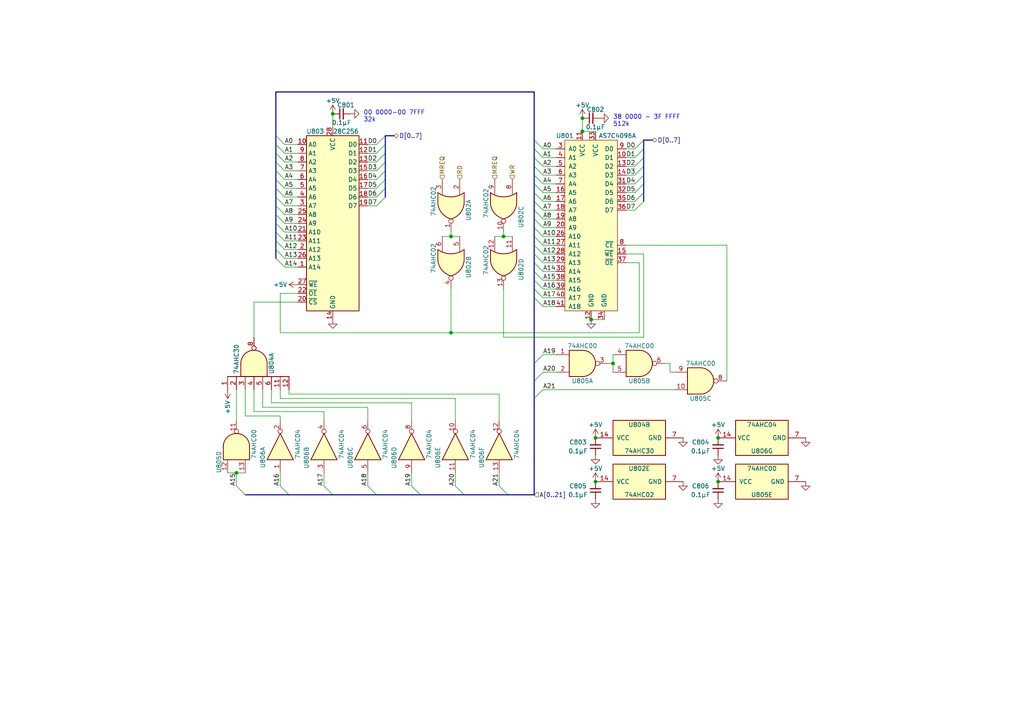
<source format=kicad_sch>
(kicad_sch (version 20211123) (generator eeschema)
  (paper "A4")
  (title_block (title "Computer") (date "2021-02-23") (rev "v1.0") (company "B.W. Harrison") (comment 1 "accessed by the CPU.") (comment 2 "The clock speed should only be changed to 20MHz when the ROM is no longer being") (comment 3 "Because of the ROM's slow access time (150ns), the clock speed is initially set to 2.5MHz.") (comment 4 "32 KB ROM pages $00-$01, 512 KB RAM pages $E0-$FF"))
  (junction (at 130.81 68.58))
  (junction (at 172.72 139.7))
  (junction (at 96.52 33.02))
  (junction (at 168.91 34.29))
  (junction (at 177.8 105.41))
  (junction (at 130.81 96.52))
  (junction (at 208.28 139.7))
  (junction (at 68.58 137.16))
  (junction (at 172.72 127))
  (junction (at 146.05 68.58))
  (junction (at 171.45 92.71))
  (junction (at 208.28 127))
  (junction (at 168.91 38.1))
  (bus_entry (at 80.01 44.45) (size 2.54 2.54))
  (bus_entry (at 154.94 40.64) (size 2.54 2.54))
  (bus_entry (at 184.15 60.96) (size 2.54 -2.54))
  (bus_entry (at 109.22 57.15) (size 2.54 -2.54))
  (bus_entry (at 154.94 78.74) (size 2.54 2.54))
  (bus_entry (at 154.94 76.2) (size 2.54 2.54))
  (bus_entry (at 80.01 57.15) (size 2.54 2.54))
  (bus_entry (at 80.01 49.53) (size 2.54 2.54))
  (bus_entry (at 80.01 46.99) (size 2.54 2.54))
  (bus_entry (at 134.62 143.51) (size -2.54 -2.54))
  (bus_entry (at 184.15 53.34) (size 2.54 -2.54))
  (bus_entry (at 96.52 143.51) (size -2.54 -2.54))
  (bus_entry (at 184.15 50.8) (size 2.54 -2.54))
  (bus_entry (at 154.94 66.04) (size 2.54 2.54))
  (bus_entry (at 109.22 44.45) (size 2.54 -2.54))
  (bus_entry (at 83.82 143.51) (size -2.54 -2.54))
  (bus_entry (at 109.22 52.07) (size 2.54 -2.54))
  (bus_entry (at 80.01 64.77) (size 2.54 2.54))
  (bus_entry (at 184.15 55.88) (size 2.54 -2.54))
  (bus_entry (at 154.94 63.5) (size 2.54 2.54))
  (bus_entry (at 154.94 50.8) (size 2.54 2.54))
  (bus_entry (at 154.94 73.66) (size 2.54 2.54))
  (bus_entry (at 80.01 39.37) (size 2.54 2.54))
  (bus_entry (at 109.22 41.91) (size 2.54 -2.54))
  (bus_entry (at 80.01 67.31) (size 2.54 2.54))
  (bus_entry (at 121.92 143.51) (size -2.54 -2.54))
  (bus_entry (at 80.01 62.23) (size 2.54 2.54))
  (bus_entry (at 184.15 48.26) (size 2.54 -2.54))
  (bus_entry (at 109.22 54.61) (size 2.54 -2.54))
  (bus_entry (at 80.01 54.61) (size 2.54 2.54))
  (bus_entry (at 109.22 59.69) (size 2.54 -2.54))
  (bus_entry (at 154.94 43.18) (size 2.54 2.54))
  (bus_entry (at 184.15 43.18) (size 2.54 -2.54))
  (bus_entry (at 147.32 143.51) (size -2.54 -2.54))
  (bus_entry (at 154.94 55.88) (size 2.54 2.54))
  (bus_entry (at 154.94 115.57) (size 2.54 -2.54))
  (bus_entry (at 80.01 69.85) (size 2.54 2.54))
  (bus_entry (at 80.01 41.91) (size 2.54 2.54))
  (bus_entry (at 109.22 49.53) (size 2.54 -2.54))
  (bus_entry (at 154.94 81.28) (size 2.54 2.54))
  (bus_entry (at 80.01 74.93) (size 2.54 2.54))
  (bus_entry (at 184.15 58.42) (size 2.54 -2.54))
  (bus_entry (at 80.01 59.69) (size 2.54 2.54))
  (bus_entry (at 154.94 45.72) (size 2.54 2.54))
  (bus_entry (at 154.94 68.58) (size 2.54 2.54))
  (bus_entry (at 154.94 83.82) (size 2.54 2.54))
  (bus_entry (at 154.94 110.49) (size 2.54 -2.54))
  (bus_entry (at 154.94 58.42) (size 2.54 2.54))
  (bus_entry (at 154.94 105.41) (size 2.54 -2.54))
  (bus_entry (at 154.94 71.12) (size 2.54 2.54))
  (bus_entry (at 71.12 143.51) (size -2.54 -2.54))
  (bus_entry (at 184.15 45.72) (size 2.54 -2.54))
  (bus_entry (at 109.22 46.99) (size 2.54 -2.54))
  (bus_entry (at 154.94 86.36) (size 2.54 2.54))
  (bus_entry (at 154.94 48.26) (size 2.54 2.54))
  (bus_entry (at 80.01 72.39) (size 2.54 2.54))
  (bus_entry (at 80.01 52.07) (size 2.54 2.54))
  (bus_entry (at 154.94 60.96) (size 2.54 2.54))
  (bus_entry (at 109.22 143.51) (size -2.54 -2.54))
  (bus_entry (at 154.94 53.34) (size 2.54 2.54))
  (wire (pts (xy 184.15 53.34) (xy 181.61 53.34)))
  (bus (pts (xy 186.69 50.8) (xy 186.69 53.34)))
  (bus (pts (xy 154.94 81.28) (xy 154.94 83.82)))
  (wire (pts (xy 132.08 115.57) (xy 132.08 121.92)))
  (bus (pts (xy 154.94 63.5) (xy 154.94 66.04)))
  (bus (pts (xy 109.22 143.51) (xy 121.92 143.51)))
  (wire (pts (xy 184.15 60.96) (xy 181.61 60.96)))
  (bus (pts (xy 80.01 26.67) (xy 80.01 39.37)))
  (wire (pts (xy 109.22 52.07) (xy 106.68 52.07)))
  (wire (pts (xy 86.36 44.45) (xy 82.55 44.45)))
  (wire (pts (xy 157.48 66.04) (xy 161.29 66.04)))
  (wire (pts (xy 81.28 120.65) (xy 81.28 121.92)))
  (wire (pts (xy 86.36 69.85) (xy 82.55 69.85)))
  (wire (pts (xy 66.04 137.16) (xy 68.58 137.16)))
  (wire (pts (xy 157.48 81.28) (xy 161.29 81.28)))
  (bus (pts (xy 154.94 45.72) (xy 154.94 48.26)))
  (bus (pts (xy 111.76 54.61) (xy 111.76 57.15)))
  (wire (pts (xy 86.36 41.91) (xy 82.55 41.91)))
  (bus (pts (xy 111.76 46.99) (xy 111.76 49.53)))
  (wire (pts (xy 83.82 114.3) (xy 83.82 113.03)))
  (bus (pts (xy 80.01 41.91) (xy 80.01 44.45)))
  (wire (pts (xy 157.48 68.58) (xy 161.29 68.58)))
  (bus (pts (xy 71.12 143.51) (xy 83.82 143.51)))
  (wire (pts (xy 109.22 49.53) (xy 106.68 49.53)))
  (wire (pts (xy 146.05 83.82) (xy 146.05 97.79)))
  (wire (pts (xy 71.12 113.03) (xy 71.12 120.65)))
  (wire (pts (xy 119.38 121.92) (xy 119.38 116.84)))
  (wire (pts (xy 157.48 83.82) (xy 161.29 83.82)))
  (bus (pts (xy 96.52 143.51) (xy 109.22 143.51)))
  (bus (pts (xy 154.94 50.8) (xy 154.94 53.34)))
  (bus (pts (xy 154.94 71.12) (xy 154.94 73.66)))
  (bus (pts (xy 154.94 43.18) (xy 154.94 45.72)))
  (wire (pts (xy 109.22 57.15) (xy 106.68 57.15)))
  (wire (pts (xy 157.48 55.88) (xy 161.29 55.88)))
  (bus (pts (xy 80.01 67.31) (xy 80.01 69.85)))
  (wire (pts (xy 109.22 46.99) (xy 106.68 46.99)))
  (wire (pts (xy 144.78 140.97) (xy 144.78 137.16)))
  (wire (pts (xy 130.81 83.82) (xy 130.81 96.52)))
  (bus (pts (xy 80.01 57.15) (xy 80.01 59.69)))
  (bus (pts (xy 80.01 49.53) (xy 80.01 52.07)))
  (wire (pts (xy 96.52 36.83) (xy 96.52 33.02)))
  (wire (pts (xy 86.36 52.07) (xy 82.55 52.07)))
  (wire (pts (xy 109.22 59.69) (xy 106.68 59.69)))
  (wire (pts (xy 68.58 121.92) (xy 68.58 113.03)))
  (bus (pts (xy 111.76 44.45) (xy 111.76 46.99)))
  (wire (pts (xy 86.36 77.47) (xy 82.55 77.47)))
  (bus (pts (xy 111.76 39.37) (xy 111.76 41.91)))
  (bus (pts (xy 154.94 55.88) (xy 154.94 58.42)))
  (wire (pts (xy 81.28 140.97) (xy 81.28 137.16)))
  (wire (pts (xy 157.48 60.96) (xy 161.29 60.96)))
  (wire (pts (xy 68.58 137.16) (xy 71.12 137.16)))
  (bus (pts (xy 154.94 76.2) (xy 154.94 78.74)))
  (bus (pts (xy 80.01 46.99) (xy 80.01 49.53)))
  (bus (pts (xy 111.76 39.37) (xy 114.3 39.37)))
  (wire (pts (xy 157.48 48.26) (xy 161.29 48.26)))
  (wire (pts (xy 86.36 49.53) (xy 82.55 49.53)))
  (wire (pts (xy 157.48 113.03) (xy 195.58 113.03)))
  (wire (pts (xy 109.22 41.91) (xy 106.68 41.91)))
  (wire (pts (xy 146.05 68.58) (xy 146.05 67.31)))
  (wire (pts (xy 73.66 113.03) (xy 73.66 119.38)))
  (bus (pts (xy 80.01 54.61) (xy 80.01 57.15)))
  (wire (pts (xy 157.48 107.95) (xy 161.29 107.95)))
  (bus (pts (xy 80.01 26.67) (xy 154.94 26.67)))
  (wire (pts (xy 68.58 140.97) (xy 68.58 137.16)))
  (bus (pts (xy 154.94 60.96) (xy 154.94 63.5)))
  (wire (pts (xy 86.36 62.23) (xy 82.55 62.23)))
  (wire (pts (xy 73.66 87.63) (xy 73.66 97.79)))
  (wire (pts (xy 130.81 68.58) (xy 133.35 68.58)))
  (wire (pts (xy 171.45 92.71) (xy 175.26 92.71)))
  (wire (pts (xy 73.66 87.63) (xy 86.36 87.63)))
  (wire (pts (xy 93.98 140.97) (xy 93.98 137.16)))
  (wire (pts (xy 185.42 96.52) (xy 185.42 76.2)))
  (wire (pts (xy 157.48 76.2) (xy 161.29 76.2)))
  (wire (pts (xy 86.36 64.77) (xy 82.55 64.77)))
  (wire (pts (xy 81.28 113.03) (xy 81.28 115.57)))
  (bus (pts (xy 186.69 40.64) (xy 189.23 40.64)))
  (wire (pts (xy 128.27 68.58) (xy 130.81 68.58)))
  (bus (pts (xy 111.76 41.91) (xy 111.76 44.45)))
  (wire (pts (xy 76.2 118.11) (xy 106.68 118.11)))
  (bus (pts (xy 80.01 39.37) (xy 80.01 41.91)))
  (bus (pts (xy 154.94 73.66) (xy 154.94 76.2)))
  (wire (pts (xy 184.15 43.18) (xy 181.61 43.18)))
  (wire (pts (xy 144.78 121.92) (xy 144.78 114.3)))
  (wire (pts (xy 146.05 97.79) (xy 186.69 97.79)))
  (wire (pts (xy 161.29 102.87) (xy 157.48 102.87)))
  (wire (pts (xy 86.36 54.61) (xy 82.55 54.61)))
  (bus (pts (xy 154.94 83.82) (xy 154.94 86.36)))
  (wire (pts (xy 106.68 140.97) (xy 106.68 137.16)))
  (bus (pts (xy 121.92 143.51) (xy 134.62 143.51)))
  (wire (pts (xy 157.48 58.42) (xy 161.29 58.42)))
  (bus (pts (xy 154.94 26.67) (xy 154.94 40.64)))
  (wire (pts (xy 184.15 45.72) (xy 181.61 45.72)))
  (wire (pts (xy 119.38 116.84) (xy 78.74 116.84)))
  (wire (pts (xy 177.8 102.87) (xy 177.8 105.41)))
  (wire (pts (xy 157.48 63.5) (xy 161.29 63.5)))
  (wire (pts (xy 184.15 55.88) (xy 181.61 55.88)))
  (wire (pts (xy 186.69 97.79) (xy 186.69 73.66)))
  (wire (pts (xy 86.36 59.69) (xy 82.55 59.69)))
  (bus (pts (xy 154.94 110.49) (xy 154.94 115.57)))
  (wire (pts (xy 146.05 68.58) (xy 148.59 68.58)))
  (wire (pts (xy 210.82 71.12) (xy 210.82 110.49)))
  (wire (pts (xy 106.68 118.11) (xy 106.68 121.92)))
  (bus (pts (xy 154.94 105.41) (xy 154.94 110.49)))
  (bus (pts (xy 154.94 48.26) (xy 154.94 50.8)))
  (wire (pts (xy 81.28 85.09) (xy 86.36 85.09)))
  (bus (pts (xy 80.01 62.23) (xy 80.01 64.77)))
  (bus (pts (xy 186.69 55.88) (xy 186.69 58.42)))
  (bus (pts (xy 111.76 52.07) (xy 111.76 54.61)))
  (wire (pts (xy 184.15 58.42) (xy 181.61 58.42)))
  (wire (pts (xy 109.22 54.61) (xy 106.68 54.61)))
  (wire (pts (xy 143.51 68.58) (xy 146.05 68.58)))
  (bus (pts (xy 80.01 59.69) (xy 80.01 62.23)))
  (wire (pts (xy 177.8 107.95) (xy 177.8 105.41)))
  (wire (pts (xy 130.81 96.52) (xy 81.28 96.52)))
  (wire (pts (xy 185.42 76.2) (xy 181.61 76.2)))
  (bus (pts (xy 154.94 58.42) (xy 154.94 60.96)))
  (wire (pts (xy 157.48 53.34) (xy 161.29 53.34)))
  (bus (pts (xy 154.94 68.58) (xy 154.94 71.12)))
  (wire (pts (xy 184.15 48.26) (xy 181.61 48.26)))
  (wire (pts (xy 86.36 57.15) (xy 82.55 57.15)))
  (wire (pts (xy 168.91 38.1) (xy 168.91 34.29)))
  (wire (pts (xy 186.69 73.66) (xy 181.61 73.66)))
  (bus (pts (xy 147.32 143.51) (xy 154.94 143.51)))
  (wire (pts (xy 76.2 113.03) (xy 76.2 118.11)))
  (wire (pts (xy 73.66 119.38) (xy 93.98 119.38)))
  (wire (pts (xy 194.31 105.41) (xy 193.04 105.41)))
  (bus (pts (xy 186.69 48.26) (xy 186.69 50.8)))
  (bus (pts (xy 111.76 49.53) (xy 111.76 52.07)))
  (wire (pts (xy 157.48 43.18) (xy 161.29 43.18)))
  (wire (pts (xy 168.91 38.1) (xy 172.72 38.1)))
  (bus (pts (xy 154.94 53.34) (xy 154.94 55.88)))
  (wire (pts (xy 86.36 72.39) (xy 82.55 72.39)))
  (bus (pts (xy 154.94 78.74) (xy 154.94 81.28)))
  (wire (pts (xy 176.53 105.41) (xy 177.8 105.41)))
  (wire (pts (xy 93.98 119.38) (xy 93.98 121.92)))
  (wire (pts (xy 86.36 74.93) (xy 82.55 74.93)))
  (wire (pts (xy 194.31 107.95) (xy 194.31 105.41)))
  (bus (pts (xy 80.01 52.07) (xy 80.01 54.61)))
  (wire (pts (xy 157.48 88.9) (xy 161.29 88.9)))
  (wire (pts (xy 130.81 67.31) (xy 130.81 68.58)))
  (wire (pts (xy 81.28 115.57) (xy 132.08 115.57)))
  (bus (pts (xy 186.69 43.18) (xy 186.69 45.72)))
  (bus (pts (xy 80.01 69.85) (xy 80.01 72.39)))
  (wire (pts (xy 86.36 46.99) (xy 82.55 46.99)))
  (bus (pts (xy 154.94 66.04) (xy 154.94 68.58)))
  (bus (pts (xy 186.69 45.72) (xy 186.69 48.26)))
  (wire (pts (xy 78.74 116.84) (xy 78.74 113.03)))
  (wire (pts (xy 181.61 71.12) (xy 210.82 71.12)))
  (bus (pts (xy 154.94 40.64) (xy 154.94 43.18)))
  (wire (pts (xy 144.78 114.3) (xy 83.82 114.3)))
  (wire (pts (xy 195.58 107.95) (xy 194.31 107.95)))
  (bus (pts (xy 80.01 64.77) (xy 80.01 67.31)))
  (bus (pts (xy 134.62 143.51) (xy 147.32 143.51)))
  (bus (pts (xy 154.94 86.36) (xy 154.94 105.41)))
  (wire (pts (xy 185.42 96.52) (xy 130.81 96.52)))
  (wire (pts (xy 157.48 86.36) (xy 161.29 86.36)))
  (bus (pts (xy 80.01 72.39) (xy 80.01 74.93)))
  (wire (pts (xy 157.48 50.8) (xy 161.29 50.8)))
  (wire (pts (xy 132.08 140.97) (xy 132.08 137.16)))
  (bus (pts (xy 83.82 143.51) (xy 96.52 143.51)))
  (bus (pts (xy 154.94 115.57) (xy 154.94 143.51)))
  (wire (pts (xy 81.28 96.52) (xy 81.28 85.09)))
  (wire (pts (xy 71.12 120.65) (xy 81.28 120.65)))
  (wire (pts (xy 157.48 78.74) (xy 161.29 78.74)))
  (bus (pts (xy 186.69 53.34) (xy 186.69 55.88)))
  (wire (pts (xy 157.48 45.72) (xy 161.29 45.72)))
  (wire (pts (xy 157.48 71.12) (xy 161.29 71.12)))
  (wire (pts (xy 184.15 50.8) (xy 181.61 50.8)))
  (wire (pts (xy 109.22 44.45) (xy 106.68 44.45)))
  (wire (pts (xy 119.38 140.97) (xy 119.38 137.16)))
  (wire (pts (xy 86.36 67.31) (xy 82.55 67.31)))
  (bus (pts (xy 80.01 44.45) (xy 80.01 46.99)))
  (bus (pts (xy 186.69 40.64) (xy 186.69 43.18)))
  (wire (pts (xy 157.48 73.66) (xy 161.29 73.66)))
  (text "38 0000 - 3F FFFF\n512k" (at 177.8 36.83 0) (effects (font (size 1.27 1.27)) (justify left bottom)))
  (text "00 0000-00 7FFF\n32k" (at 105.41 35.56 0) (effects (font (size 1.27 1.27)) (justify left bottom)))
  (label "A1" (at 82.55 44.45 0))
  (label "A4" (at 82.55 52.07 0))
  (label "A13" (at 82.55 74.93 0))
  (label "D5" (at 181.61 55.88 0))
  (label "D6" (at 181.61 58.42 0))
  (label "A15" (at 157.48 81.28 0))
  (label "A8" (at 157.48 63.5 0))
  (label "A0" (at 82.55 41.91 0))
  (label "A12" (at 82.55 72.39 0))
  (label "A0" (at 157.48 43.18 0))
  (label "D1" (at 106.68 44.45 0))
  (label "A16" (at 157.48 83.82 0))
  (label "D4" (at 181.61 53.34 0))
  (label "A17" (at 93.98 140.97 90))
  (label "A19" (at 157.48 102.87 0))
  (label "A20" (at 157.48 107.95 0))
  (label "D0" (at 106.68 41.91 0))
  (label "A2" (at 157.48 48.26 0))
  (label "A6" (at 157.48 58.42 0))
  (label "A8" (at 82.55 62.23 0))
  (label "A10" (at 157.48 68.58 0))
  (label "A7" (at 82.55 59.69 0))
  (label "A5" (at 82.55 54.61 0))
  (label "A2" (at 82.55 46.99 0))
  (label "D5" (at 106.68 54.61 0))
  (label "A13" (at 157.48 76.2 0))
  (label "D1" (at 181.61 45.72 0))
  (label "A11" (at 157.48 71.12 0))
  (label "A3" (at 82.55 49.53 0))
  (label "A10" (at 82.55 67.31 0))
  (label "A21" (at 157.48 113.03 0))
  (label "A12" (at 157.48 73.66 0))
  (label "A21" (at 144.78 140.97 90))
  (label "A7" (at 157.48 60.96 0))
  (label "A17" (at 157.48 86.36 0))
  (label "A18" (at 106.68 140.97 90))
  (label "A18" (at 157.48 88.9 0))
  (label "A6" (at 82.55 57.15 0))
  (label "D7" (at 106.68 59.69 0))
  (label "D7" (at 181.61 60.96 0))
  (label "D3" (at 181.61 50.8 0))
  (label "D3" (at 106.68 49.53 0))
  (label "A5" (at 157.48 55.88 0))
  (label "A4" (at 157.48 53.34 0))
  (label "A11" (at 82.55 69.85 0))
  (label "A20" (at 132.08 140.97 90))
  (label "A14" (at 82.55 77.47 0))
  (label "A9" (at 82.55 64.77 0))
  (label "A19" (at 119.38 140.97 90))
  (label "D4" (at 106.68 52.07 0))
  (label "D2" (at 181.61 48.26 0))
  (label "D6" (at 106.68 57.15 0))
  (label "D0" (at 181.61 43.18 0))
  (label "A15" (at 68.58 140.97 90))
  (label "A3" (at 157.48 50.8 0))
  (label "D2" (at 106.68 46.99 0))
  (label "A9" (at 157.48 66.04 0))
  (label "A1" (at 157.48 45.72 0))
  (label "A14" (at 157.48 78.74 0))
  (label "A16" (at 81.28 140.97 90))
  (hierarchical_label "MREQ" (shape input) (at 128.27 52.07 90))
  (hierarchical_label "A[0..21]" (shape input) (at 154.94 143.51 0))
  (hierarchical_label "MREQ" (shape input) (at 143.51 52.07 90))
  (hierarchical_label "RD" (shape input) (at 133.35 52.07 90))
  (hierarchical_label "D[0..7]" (shape bidirectional) (at 114.3 39.37 0))
  (hierarchical_label "D[0..7]" (shape bidirectional) (at 189.23 40.64 0))
  (hierarchical_label "WR" (shape input) (at 148.59 52.07 90))
  (symbol (lib_name "74AHC00_2") (lib_id "74xx:74AHC00") (at 168.91 105.41 0) (unit 1)
    (property "Reference" "U805" (at 168.91 110.49 0))
    (property "Value" "74AHC00" (at 168.91 100.33 0))
    (property "Footprint" "Package_DIP:DIP-14_W7.62mm_Socket_LongPads" (effects hide))
    (property "Datasheet" "http://www.ti.com/lit/gpn/sn74ls00" (effects hide))
  )
  (symbol (lib_name "74AHC00_1") (lib_id "74xx:74AHC00") (at 185.42 105.41 0) (unit 2)
    (property "Reference" "U805" (at 185.42 110.49 0))
    (property "Value" "74AHC00" (at 185.42 100.33 0))
    (property "Footprint" "Package_DIP:DIP-14_W7.62mm_Socket_LongPads" (effects hide))
    (property "Datasheet" "http://www.ti.com/lit/gpn/sn74ls00" (effects hide))
  )
  (symbol (lib_name "74AHC00_3") (lib_id "74xx:74AHC00") (at 203.2 110.49 0) (unit 3)
    (property "Reference" "U805" (at 203.2 115.57 0))
    (property "Value" "74AHC00" (at 203.2 105.41 0))
    (property "Footprint" "Package_DIP:DIP-14_W7.62mm_Socket_LongPads" (effects hide))
    (property "Datasheet" "http://www.ti.com/lit/gpn/sn74ls00" (effects hide))
  )
  (symbol (lib_id "74xx:74AHC00") (at 68.58 129.54 90) (unit 4)
    (property "Reference" "U805" (at 63.5 130.81 0) (effects (justify right)))
    (property "Value" "74AHC00" (at 73.66 124.46 0) (effects (justify right)))
    (property "Footprint" "Package_DIP:DIP-14_W7.62mm_Socket_LongPads" (effects hide))
    (property "Datasheet" "http://www.ti.com/lit/gpn/sn74ls00" (effects hide))
  )
  (symbol (lib_name "74AHC00_4") (lib_id "74xx:74AHC00") (at 220.98 139.7 90) (unit 5)
    (property "Reference" "U805" (at 220.98 143.51 90))
    (property "Value" "74AHC00" (at 220.98 135.89 90))
    (property "Footprint" "Package_DIP:DIP-14_W7.62mm_Socket_LongPads" (effects hide))
    (property "Datasheet" "http://www.ti.com/lit/gpn/sn74ls00" (effects hide))
  )
  (symbol (lib_id "Memory_EEPROM:28C256") (at 96.52 64.77 0) (unit 1)
    (property "Reference" "U803" (at 91.44 38.1 0))
    (property "Value" "28C256" (at 100.33 38.1 0))
    (property "Footprint" "Package_DIP:DIP-28_W15.24mm_Socket_LongPads" (effects hide))
    (property "Datasheet" "http://ww1.microchip.com/downloads/en/DeviceDoc/doc0006.pdf" (effects hide))
  )
  (symbol (lib_id "power:+5V") (at 96.52 33.02 0) (unit 1)
    (property "Reference" "#PWR0801" (effects hide))
    (property "Value" "+5V" (at 96.52 29.21 0))
  )
  (symbol (lib_id "Device:C_Small") (at 99.06 33.02 90) (unit 1)
    (property "Reference" "C801" (at 100.33 30.48 90))
    (property "Value" "0.1µF" (at 99.06 35.56 90))
    (property "Footprint" "Capacitor_THT:C_Disc_D5.0mm_W2.5mm_P2.50mm" (effects hide))
  )
  (symbol (lib_id "power:GND") (at 101.6 33.02 90) (unit 1)
    (property "Reference" "#PWR0802" (effects hide))
    (property "Value" "GND" (effects hide))
  )
  (symbol (lib_id "power:+5V") (at 86.36 82.55 90) (unit 1)
    (property "Reference" "#PWR0805" (effects hide))
    (property "Value" "+5V" (at 81.28 82.55 90))
  )
  (symbol (lib_id "power:GND") (at 96.52 92.71 0) (unit 1)
    (property "Reference" "#PWR0806" (effects hide))
    (property "Value" "GND" (effects hide))
  )
  (symbol (lib_name "74AHC02_2") (lib_id "74xx:74AHC02") (at 146.05 59.69 270) (unit 3)
    (property "Reference" "U802" (at 151.13 59.69 0) (effects (justify left)))
    (property "Value" "74AHC02" (at 140.97 54.61 0) (effects (justify left)))
    (property "Footprint" "Package_DIP:DIP-14_W7.62mm_Socket_LongPads" (effects hide))
    (property "Datasheet" "http://baileyh.xyz/datasheets/sn74hc02.pdf" (effects hide))
  )
  (symbol (lib_id "74xx:74AHC02") (at 146.05 76.2 270) (unit 4)
    (property "Reference" "U802" (at 151.13 74.93 0) (effects (justify left)))
    (property "Value" "74AHC02" (at 140.97 71.12 0) (effects (justify left)))
    (property "Footprint" "Package_DIP:DIP-14_W7.62mm_Socket_LongPads" (effects hide))
    (property "Datasheet" "http://baileyh.xyz/datasheets/sn74hc02.pdf" (effects hide))
  )
  (symbol (lib_name "74AHC02_1") (lib_id "74xx:74AHC02") (at 185.42 139.7 90) (unit 5)
    (property "Reference" "U802" (at 185.42 135.89 90))
    (property "Value" "74AHC02" (at 185.42 143.51 90))
    (property "Footprint" "Package_DIP:DIP-14_W7.62mm_Socket_LongPads" (effects hide))
    (property "Datasheet" "http://baileyh.xyz/datasheets/sn74hc02.pdf" (effects hide))
  )
  (symbol (lib_name "74AHC30_1") (lib_id "my_library:74AHC30") (at 185.42 127 90) (unit 2)
    (property "Reference" "U804" (at 185.42 123.19 90))
    (property "Value" "74AHC30" (at 185.42 130.81 90))
    (property "Footprint" "Package_DIP:DIP-14_W7.62mm_Socket_LongPads" (effects hide))
    (property "Datasheet" "https://www.ti.com/lit/ds/symlink/cd74hc30.pdf" (effects hide))
  )
  (symbol (lib_id "power:+5V") (at 172.72 127 0) (unit 1)
    (property "Reference" "#PWR0811" (effects hide))
    (property "Value" "+5V" (at 172.72 123.19 0))
  )
  (symbol (lib_id "Device:C_Small") (at 172.72 129.54 180) (unit 1)
    (property "Reference" "C803" (at 167.64 128.27 0))
    (property "Value" "0.1µF" (at 167.64 130.81 0))
    (property "Footprint" "Capacitor_THT:C_Disc_D5.0mm_W2.5mm_P2.50mm" (effects hide))
  )
  (symbol (lib_id "power:GND") (at 172.72 132.08 0) (unit 1)
    (property "Reference" "#PWR0809" (effects hide))
    (property "Value" "GND" (effects hide))
  )
  (symbol (lib_id "power:GND") (at 198.12 127 0) (unit 1)
    (property "Reference" "#PWR0812" (effects hide))
    (property "Value" "GND" (effects hide))
  )
  (symbol (lib_id "power:+5V") (at 172.72 139.7 0) (unit 1)
    (property "Reference" "#PWR0817" (effects hide))
    (property "Value" "+5V" (at 172.72 135.89 0))
  )
  (symbol (lib_id "Device:C_Small") (at 172.72 142.24 180) (unit 1)
    (property "Reference" "C805" (at 167.64 140.97 0))
    (property "Value" "0.1µF" (at 167.64 143.51 0))
    (property "Footprint" "Capacitor_THT:C_Disc_D5.0mm_W2.5mm_P2.50mm" (effects hide))
  )
  (symbol (lib_id "power:GND") (at 172.72 144.78 0) (unit 1)
    (property "Reference" "#PWR0815" (effects hide))
    (property "Value" "GND" (effects hide))
  )
  (symbol (lib_id "power:GND") (at 198.12 139.7 0) (unit 1)
    (property "Reference" "#PWR0818" (effects hide))
    (property "Value" "GND" (effects hide))
  )
  (symbol (lib_id "power:+5V") (at 168.91 34.29 0) (unit 1)
    (property "Reference" "#PWR0803" (effects hide))
    (property "Value" "+5V" (at 168.91 30.48 0))
  )
  (symbol (lib_id "power:GND") (at 171.45 92.71 0) (unit 1)
    (property "Reference" "#PWR0807" (effects hide))
    (property "Value" "GND" (effects hide))
  )
  (symbol (lib_id "Device:C_Small") (at 171.45 34.29 90) (unit 1)
    (property "Reference" "C802" (at 172.72 31.75 90))
    (property "Value" "0.1µF" (at 172.72 36.83 90))
    (property "Footprint" "Capacitor_THT:C_Disc_D5.0mm_W2.5mm_P2.50mm" (effects hide))
  )
  (symbol (lib_id "power:GND") (at 173.99 34.29 90) (unit 1)
    (property "Reference" "#PWR0804" (effects hide))
    (property "Value" "GND" (effects hide))
  )
  (symbol (lib_name "74AHC02_3") (lib_id "74xx:74AHC02") (at 130.81 59.69 270) (unit 1)
    (property "Reference" "U802" (at 135.89 60.96 0))
    (property "Value" "74AHC02" (at 125.73 58.42 0))
    (property "Footprint" "Package_DIP:DIP-14_W7.62mm_Socket_LongPads" (effects hide))
    (property "Datasheet" "http://baileyh.xyz/datasheets/sn74hc02.pdf" (effects hide))
  )
  (symbol (lib_name "74AHC02_4") (lib_id "74xx:74AHC02") (at 130.81 76.2 270) (unit 2)
    (property "Reference" "U802" (at 135.89 77.47 0))
    (property "Value" "74AHC02" (at 125.73 74.93 0))
    (property "Footprint" "Package_DIP:DIP-14_W7.62mm_Socket_LongPads" (effects hide))
    (property "Datasheet" "http://baileyh.xyz/datasheets/sn74hc02.pdf" (effects hide))
  )
  (symbol (lib_id "power:+5V") (at 208.28 139.7 0) (unit 1)
    (property "Reference" "#PWR0819" (effects hide))
    (property "Value" "+5V" (at 208.28 135.89 0))
  )
  (symbol (lib_id "Device:C_Small") (at 208.28 142.24 180) (unit 1)
    (property "Reference" "C806" (at 203.2 140.97 0))
    (property "Value" "0.1µF" (at 203.2 143.51 0))
    (property "Footprint" "Capacitor_THT:C_Disc_D5.0mm_W2.5mm_P2.50mm" (effects hide))
  )
  (symbol (lib_id "power:GND") (at 208.28 144.78 0) (unit 1)
    (property "Reference" "#PWR0816" (effects hide))
    (property "Value" "GND" (effects hide))
  )
  (symbol (lib_id "power:GND") (at 233.68 139.7 0) (unit 1)
    (property "Reference" "#PWR0820" (effects hide))
    (property "Value" "GND" (effects hide))
  )
  (symbol (lib_id "power:+5V") (at 66.04 113.03 180) (unit 1)
    (property "Reference" "#PWR0808" (effects hide))
    (property "Value" "+5V" (at 66.04 118.11 90))
  )
  (symbol (lib_id "my_library:74AHC30") (at 73.66 105.41 90) (unit 1)
    (property "Reference" "U804" (at 78.74 105.41 0))
    (property "Value" "74AHC30" (at 68.58 104.14 0))
    (property "Footprint" "Package_DIP:DIP-14_W7.62mm_Socket_LongPads" (effects hide))
    (property "Datasheet" "https://www.ti.com/lit/ds/symlink/cd74hc30.pdf" (effects hide))
  )
  (symbol (lib_id "74xx:74AHC04") (at 81.28 129.54 90) (unit 1)
    (property "Reference" "U806" (at 76.2 129.54 0) (effects (justify right)))
    (property "Value" "74AHC04" (at 86.36 124.46 0) (effects (justify right)))
    (property "Footprint" "Package_DIP:DIP-14_W7.62mm_Socket_LongPads" (effects hide))
    (property "Datasheet" "https://assets.nexperia.com/documents/data-sheet/74AHC_AHCT04.pdf" (effects hide))
  )
  (symbol (lib_id "74xx:74AHC04") (at 93.98 129.54 90) (unit 2)
    (property "Reference" "U806" (at 88.9 129.54 0) (effects (justify right)))
    (property "Value" "74AHC04" (at 99.06 124.46 0) (effects (justify right)))
    (property "Footprint" "Package_DIP:DIP-14_W7.62mm_Socket_LongPads" (effects hide))
    (property "Datasheet" "https://assets.nexperia.com/documents/data-sheet/74AHC_AHCT04.pdf" (effects hide))
  )
  (symbol (lib_id "74xx:74AHC04") (at 106.68 129.54 90) (unit 3)
    (property "Reference" "U806" (at 101.6 129.54 0) (effects (justify right)))
    (property "Value" "74AHC04" (at 111.76 124.46 0) (effects (justify right)))
    (property "Footprint" "Package_DIP:DIP-14_W7.62mm_Socket_LongPads" (effects hide))
    (property "Datasheet" "https://assets.nexperia.com/documents/data-sheet/74AHC_AHCT04.pdf" (effects hide))
  )
  (symbol (lib_id "74xx:74AHC04") (at 119.38 129.54 90) (unit 4)
    (property "Reference" "U806" (at 114.3 129.54 0) (effects (justify right)))
    (property "Value" "74AHC04" (at 124.46 124.46 0) (effects (justify right)))
    (property "Footprint" "Package_DIP:DIP-14_W7.62mm_Socket_LongPads" (effects hide))
    (property "Datasheet" "https://assets.nexperia.com/documents/data-sheet/74AHC_AHCT04.pdf" (effects hide))
  )
  (symbol (lib_id "74xx:74AHC04") (at 132.08 129.54 90) (unit 5)
    (property "Reference" "U806" (at 127 129.54 0) (effects (justify right)))
    (property "Value" "74AHC04" (at 137.16 124.46 0) (effects (justify right)))
    (property "Footprint" "Package_DIP:DIP-14_W7.62mm_Socket_LongPads" (effects hide))
    (property "Datasheet" "https://assets.nexperia.com/documents/data-sheet/74AHC_AHCT04.pdf" (effects hide))
  )
  (symbol (lib_id "74xx:74AHC04") (at 144.78 129.54 90) (unit 6)
    (property "Reference" "U806" (at 139.7 129.54 0) (effects (justify right)))
    (property "Value" "74AHC04" (at 149.86 124.46 0) (effects (justify right)))
    (property "Footprint" "Package_DIP:DIP-14_W7.62mm_Socket_LongPads" (effects hide))
    (property "Datasheet" "https://assets.nexperia.com/documents/data-sheet/74AHC_AHCT04.pdf" (effects hide))
  )
  (symbol (lib_id "74xx:74AHC04") (at 220.98 127 90) (unit 7)
    (property "Reference" "U806" (at 220.98 130.81 90))
    (property "Value" "74AHC04" (at 220.98 123.19 90))
    (property "Footprint" "Package_DIP:DIP-14_W7.62mm_Socket_LongPads" (effects hide))
    (property "Datasheet" "https://assets.nexperia.com/documents/data-sheet/74AHC_AHCT04.pdf" (effects hide))
  )
  (symbol (lib_id "power:+5V") (at 208.28 127 0) (unit 1)
    (property "Reference" "#PWR0813" (effects hide))
    (property "Value" "+5V" (at 208.28 123.19 0))
  )
  (symbol (lib_id "Device:C_Small") (at 208.28 129.54 180) (unit 1)
    (property "Reference" "C804" (at 203.2 128.27 0))
    (property "Value" "0.1µF" (at 203.2 130.81 0))
    (property "Footprint" "Capacitor_THT:C_Disc_D5.0mm_W2.5mm_P2.50mm" (effects hide))
  )
  (symbol (lib_id "power:GND") (at 208.28 132.08 0) (unit 1)
    (property "Reference" "#PWR0810" (effects hide))
    (property "Value" "GND" (effects hide))
  )
  (symbol (lib_id "power:GND") (at 233.68 127 0) (unit 1)
    (property "Reference" "#PWR0814" (effects hide))
    (property "Value" "GND" (effects hide))
  )
  (symbol (lib_id "Memory_RAM:AS7C4096A") (at 161.29 40.64 0) (unit 1)
    (property "Reference" "U801" (at 163.83 39.37 0))
    (property "Value" "AS7C4096A" (at 179.07 39.37 0))
    (property "Footprint" "Package_SO:TSOP-II-44_10.16x18.41mm_P0.8mm" (effects hide))
    (property "Datasheet" "https://www.alliancememory.com/wp-content/uploads/pdf/sram/fa/as7c4096a_v1.2.pdf" (effects hide))
  )
)
</source>
